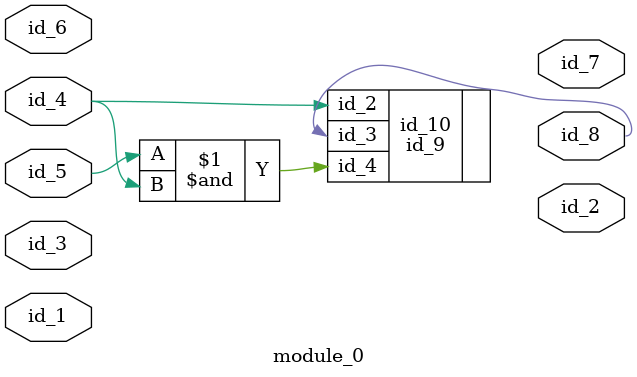
<source format=v>
module module_0 (
    id_1,
    id_2,
    id_3,
    id_4,
    id_5,
    id_6,
    id_7,
    id_8
);
  output id_8;
  output id_7;
  input id_6;
  input id_5;
  input id_4;
  input id_3;
  output id_2;
  input id_1;
  id_9 id_10 (
      .id_3(id_8),
      .id_4(id_5 & id_4),
      .id_2(id_4)
  );
endmodule

</source>
